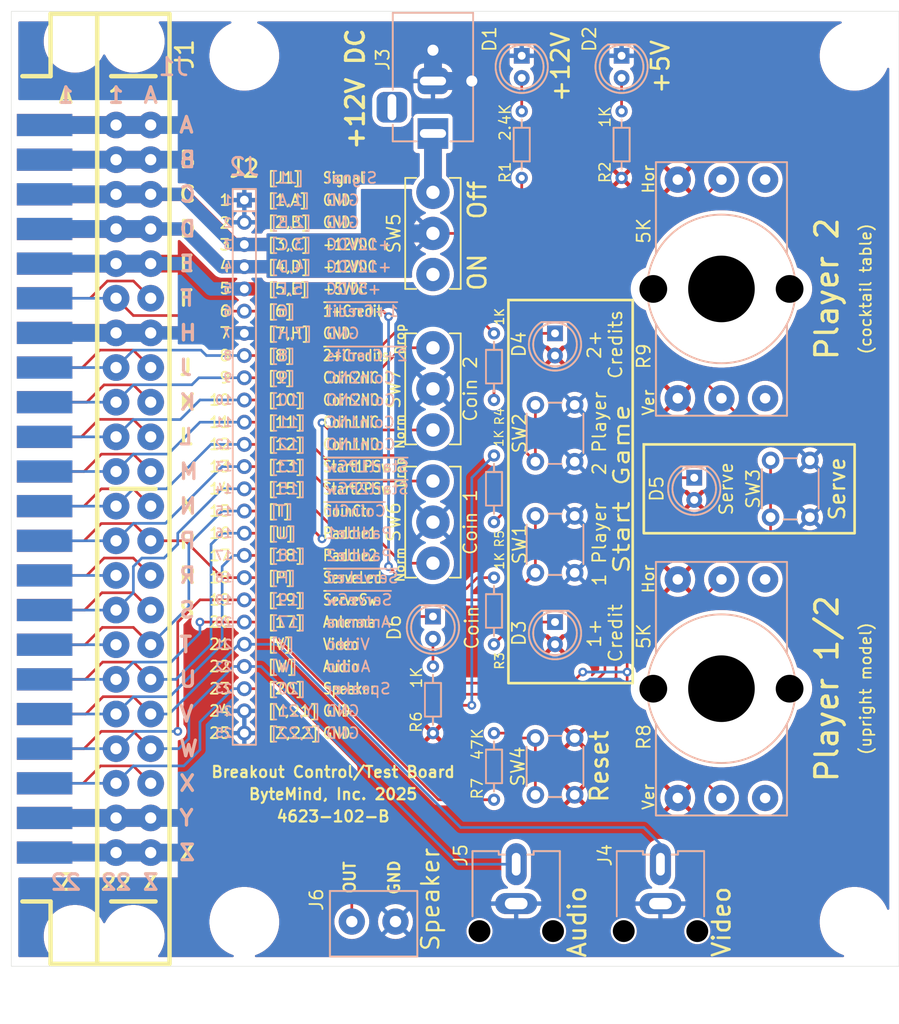
<source format=kicad_pcb>
(kicad_pcb (version 20240108) (generator "pcbnew") (generator_version "8.0")
  (title_block (title "Breakout Control / Test Board") (date "2025-02-04") (rev "4263-102-B") (company "ByteMind, Inc.") (comment 1 "P.Bishop"))
  (layers (0 "F.Cu" signal) (31 "B.Cu" signal) (34 "B.Paste" user) (35 "F.Paste" user) (36 "B.SilkS" user "B.Silkscreen") (37 "F.SilkS" user "F.Silkscreen") (38 "B.Mask" user) (39 "F.Mask" user) (44 "Edge.Cuts" user))
  (net 0 "")
  (net 1 "+5V")
  (net 2 "+12V")
  (net 3 "Net-(D1-A)")
  (net 4 "Net-(D2-A)")
  (net 5 "GND")
  (net 6 "Video")
  (net 7 "unconnected-(J1-n{slash}c-PadF)")
  (net 8 "unconnected-(J1-n{slash}c-PadS)")
  (net 9 "Coin1NO")
  (net 10 "Paddle1")
  (net 11 "unconnected-(J1-n{slash}c-Pad16)")
  (net 12 "~{ServeSw}")
  (net 13 "Antenna")
  (net 14 "Coin2NO")
  (net 15 "~{SrvLed}")
  (net 16 "Audio")
  (net 17 "Paddle2")
  (net 18 "Net-(D3-K)")
  (net 19 "Net-(D4-K)")
  (net 20 "unconnected-(J1-n{slash}c-PadX)")
  (net 21 "unconnected-(J1-n{slash}c-PadK)")
  (net 22 "Coin2NC")
  (net 23 "unconnected-(J1-n{slash}c-PadL)")
  (net 24 "Net-(D5-K)")
  (net 25 "unconnected-(J1-n{slash}c-PadR)")
  (net 26 "unconnected-(J1-n{slash}c-PadM)")
  (net 27 "unconnected-(J1-n{slash}c-Pad14)")
  (net 28 "Speaker")
  (net 29 "~{CoinCtr}")
  (net 30 "Coin1NC")
  (net 31 "unconnected-(J1-n{slash}c-PadN)")
  (net 32 "Net-(D6-A)")
  (net 33 "~{SrvLeds}")
  (net 34 "Net-(SW4-C)")
  (net 38 "Net-(SW5-C)")
  (net 39 "~{1+Credit}")
  (net 40 "~{Start1PSw}")
  (net 41 "~{Start2PSw}")
  (net 42 "~{2+Credits}")
  (footprint "Breakout:R_Axial_0.6in" (layer "F.Cu") (at 92.075 88.9 90)
    (property "Reference" "R5")
    (property "Value" "1K")
  )
  (footprint "Breakout:CUI_RCJ-045" (layer "F.Cu") (at 94.615 140.335 -90)
    (property "Reference" "J5")
    (property "Value" "Audio" (hide yes))
  )
  (footprint "Breakout:Hole_4.3mm_M4" (layer "F.Cu") (at 133.35 39.37)
    (property "Reference" "H1" (hide yes))
    (property "Value" "MountingHole" (hide yes))
  )
  (footprint "Breakout:Conn44F" (layer "F.Cu") (at 50.8 88.9)
    (property "Reference" "J1")
    (property "Value" "~" (hide yes))
  )
  (footprint "Breakout:R_Axial_0.6in" (layer "F.Cu") (at 92.075 120.65 90)
    (property "Reference" "R7")
    (property "Value" "47K")
  )
  (footprint "Breakout:Conn-TermBlock-2P" (layer "F.Cu") (at 78.3 138.395)
    (property "Reference" "J6")
    (property "Value" "~")
  )
  (footprint "Breakout:SW_Toggle_Gemini_A" (layer "F.Cu") (at 85.09 92.71 -90)
    (property "Reference" "SW6")
    (property "Value" "SW_SPDT" (hide yes))
  )
  (footprint "Breakout:Conn_Head_1x25_P2.54mm_Vert" (layer "F.Cu") (at 63.5 55.88)
    (property "Reference" "J2")
    (property "Value" "~")
  )
  (footprint "Breakout:SW_TACT_6.5x4.5mm" (layer "F.Cu") (at 99.06 120.65 90)
    (property "Reference" "SW4")
    (property "Value" "SW_Push" (hide yes))
  )
  (footprint "Breakout:SW_Toggle_Gemini_A" (layer "F.Cu") (at 85.09 77.47 -90)
    (property "Reference" "SW7")
    (property "Value" "SW_SPDT" (hide yes))
  )
  (footprint "Breakout:R_POT_Bourns_PDB181-A" (layer "F.Cu") (at 118.11 66.04)
    (property "Reference" "R9")
    (property "Value" "5K")
  )
  (footprint "Breakout:Hole_4.3mm_M4" (layer "F.Cu") (at 133.35 138.43)
    (property "Reference" "H4" (hide yes))
    (property "Value" "MountingHole" (hide yes))
  )
  (footprint "Breakout:CUI_RCJ-045" (layer "F.Cu") (at 111.125 140.335 -90)
    (property "Reference" "J4")
    (property "Value" "Video" (hide yes))
  )
  (footprint "Breakout:R_Axial_0.6in" (layer "F.Cu") (at 95.25 49.53 90)
    (property "Reference" "R1")
    (property "Value" "2.4K")
  )
  (footprint "Breakout:LED_D5.0mm" (layer "F.Cu") (at 99.06 72.39 -90)
    (property "Reference" "D4")
    (property "Value" "2+Credits" (hide yes))
  )
  (footprint "Breakout:SW_TACT_6.5x4.5mm" (layer "F.Cu") (at 99.06 82.55 90)
    (property "Reference" "SW2")
    (property "Value" "SW_Push" (hide yes))
  )
  (footprint "Breakout:SW_TACT_6.5x4.5mm" (layer "F.Cu") (at 125.985 88.9 90)
    (property "Reference" "SW3")
    (property "Value" "SW_Push" (hide yes))
  )
  (footprint "Breakout:LED_D5.0mm" (layer "F.Cu") (at 95.25 40.64 -90)
    (property "Reference" "D1")
    (property "Value" "+12V")
  )
  (footprint "Breakout:LED_D5.0mm" (layer "F.Cu") (at 114.995 88.9 -90)
    (property "Reference" "D5")
    (property "Value" "Serve")
  )
  (footprint "Breakout:R_Axial_0.6in" (layer "F.Cu") (at 92.075 74.93 90)
    (property "Reference" "R4")
    (property "Value" "1K")
  )
  (footprint "Breakout:R_Axial_0.6in" (layer "F.Cu") (at 106.68 49.53 90)
    (property "Reference" "R2")
    (property "Value" "1K")
  )
  (footprint "Breakout:BarrelJack_Horizontal" (layer "F.Cu") (at 85.09 48.26 -90)
    (property "Reference" "J3")
    (property "Value" "Jack-DC")
  )
  (footprint "Breakout:LED_D5.0mm" (layer "F.Cu") (at 85.09 104.775 -90)
    (property "Reference" "D6")
    (property "Value" "Coin")
  )
  (footprint "Breakout:SW_Toggle_Gemini_A" (layer "F.Cu") (at 85.09 59.69 90)
    (property "Reference" "SW5")
    (property "Value" "SW_SPDT" (hide yes))
  )
  (footprint "Breakout:Hole_4.3mm_M4" (layer "F.Cu") (at 63.5 138.43)
    (property "Reference" "H3" (hide yes))
    (property "Value" "MountingHole" (hide yes))
  )
  (footprint "Breakout:R_POT_Bourns_PDB181-A" (layer "F.Cu") (at 118.11 111.76)
    (property "Reference" "R8")
    (property "Value" "5K")
  )
  (footprint "Breakout:R_Axial_0.6in" (layer "F.Cu") (at 92.075 102.87 90)
    (property "Reference" "R3")
    (property "Value" "1K")
  )
  (footprint "Breakout:Hole_4.3mm_M4" (layer "F.Cu") (at 63.5 39.37)
    (property "Reference" "H2" (hide yes))
    (property "Value" "MountingHole" (hide yes))
  )
  (footprint "Breakout:LED_D5.0mm" (layer "F.Cu") (at 99.06 105.41 -90)
    (property "Reference" "D3")
    (property "Value" "1+Credit" (hide yes))
  )
  (footprint "Breakout:LED_D5.0mm" (layer "F.Cu") (at 106.68 40.64 -90)
    (property "Reference" "D2")
    (property "Value" "+5V")
  )
  (footprint "Breakout:SW_TACT_6.5x4.5mm" (layer "F.Cu") (at 99.06 95.25 90)
    (property "Reference" "SW1")
    (property "Value" "SW_Push" (hide yes))
  )
  (footprint "Breakout:R_Axial_0.6in" (layer "F.Cu") (at 85.09 113.03 90)
    (property "Reference" "R6")
    (property "Value" "1K")
  )
  (gr_rect (start 109.22 83.82) (end 133.35 93.98) (stroke (width 0.3048)) (fill none) (layer "F.SilkS"))
  (gr_rect (start 93.726 67.31) (end 107.95 111.125) (stroke (width 0.3048)) (fill none) (layer "F.SilkS"))
  (gr_rect (start 36.83 34.29) (end 138.43 143.51) (stroke (width 0.05)) (fill none) (layer "Edge.Cuts"))
  (gr_text "+12VDC" (at 72.725 63.5 -0) (layer "B.SilkS") (effects (font (size 1.25 1.25) (thickness 0.2)) (justify right mirror)))
  (gr_text "Coin1NO" (at 72.725 83.82 -0) (layer "B.SilkS") (effects (font (size 1.25 1.25) (thickness 0.2)) (justify right mirror)))
  (gr_text "Coin1NC" (at 72.725 81.28 -0) (layer "B.SilkS") (effects (font (size 1.25 1.25) (thickness 0.2)) (justify right mirror)))
  (gr_text "[6]" (at 66.375 68.58 -0) (layer "B.SilkS") (effects (font (size 1.25 1.25) (thickness 0.2)) (justify right mirror)))
  (gr_text "[W]" (at 66.375 109.22 -0) (layer "B.SilkS") (effects (font (size 1.25 1.25) (thickness 0.2)) (justify right mirror)))
  (gr_text "[19]" (at 66.375 101.6 -0) (layer "B.SilkS") (effects (font (size 1.25 1.25) (thickness 0.2)) (justify right mirror)))
  (gr_text "[2,B]" (at 66.375 58.42 -0) (layer "B.SilkS") (effects (font (size 1.25 1.25) (thickness 0.2)) (justify right mirror)))
  (gr_text "Coin2NC" (at 72.725 76.2 -0) (layer "B.SilkS") (effects (font (size 1.25 1.25) (thickness 0.2)) (justify right mirror)))
  (gr_text "[J1]" (at 66.375 53.34 -0) (layer "B.SilkS") (effects (font (size 1.25 1.25) (thickness 0.2)) (justify right mirror)))
  (gr_text "Video" (at 72.725 106.68 -0) (layer "B.SilkS") (effects (font (size 1.25 1.25) (thickness 0.2)) (justify right mirror)))
  (gr_text "[T]" (at 66.375 91.44 -0) (layer "B.SilkS") (effects (font (size 1.25 1.25) (thickness 0.2)) (justify right mirror)))
  (gr_text "[Y,21]" (at 66.375 114.3 -0) (layer "B.SilkS") (effects (font (size 1.25 1.25) (thickness 0.2)) (justify right mirror)))
  (gr_text "[20]" (at 66.375 111.76 -0) (layer "B.SilkS") (effects (font (size 1.25 1.25) (thickness 0.2)) (justify right mirror)))
  (gr_text "Antenna" (at 72.725 104.14 -0) (layer "B.SilkS") (effects (font (size 1.25 1.25) (thickness 0.2)) (justify right mirror)))
  (gr_text "GND" (at 72.725 116.84 -0) (layer "B.SilkS") (effects (font (size 1.25 1.25) (thickness 0.2)) (justify right mirror)))
  (gr_text "12" (at 62.23 83.82 -0) (layer "B.SilkS") (effects (font (size 1.016 1.016) (thickness 0.2032)) (justify left mirror)))
  (gr_text "[17]" (at 66.375 104.14 -0) (layer "B.SilkS") (effects (font (size 1.25 1.25) (thickness 0.2)) (justify right mirror)))
  (gr_text "22" (at 62.23 109.22 -0) (layer "B.SilkS") (effects (font (size 1.016 1.016) (thickness 0.2032)) (justify left mirror)))
  (gr_text "+12VDC" (at 72.725 60.96 -0) (layer "B.SilkS") (effects (font (size 1.25 1.25) (thickness 0.2)) (justify right mirror)))
  (gr_text "GND" (at 72.725 58.42 -0) (layer "B.SilkS") (effects (font (size 1.25 1.25) (thickness 0.2)) (justify right mirror)))
  (gr_text "~{ServeSw}" (at 72.725 101.6 -0) (layer "B.SilkS") (effects (font (size 1.25 1.25) (thickness 0.2)) (justify right mirror)))
  (gr_text "5" (at 62.23 66 -0) (layer "B.SilkS") (effects (font (size 1.016 1.016) (thickness 0.2032)) (justify left mirror)))
  (gr_text "16" (at 62.23 93.98 -0) (layer "B.SilkS") (effects (font (size 1.016 1.016) (thickness 0.2032)) (justify left mirror)))
  (gr_text "[10]" (at 66.375 78.74 -0) (layer "B.SilkS") (effects (font (size 1.25 1.25) (thickness 0.2)) (justify right mirror)))
  (gr_text "Paddle1" (at 72.725 93.98 -0) (layer "B.SilkS") (effects (font (size 1.25 1.25) (thickness 0.2)) (justify right mirror)))
  (gr_text "7" (at 62.23 71.08 -0) (layer "B.SilkS") (effects (font (size 1.016 1.016) (thickness 0.2032)) (justify left mirror)))
  (gr_text "Paddle2" (at 72.725 96.52 -0) (layer "B.SilkS") (effects (font (size 1.25 1.25) (thickness 0.2)) (justify right mirror)))
  (gr_text "J1" (at 55.395 40.64 0) (layer "B.SilkS") (effects (font (size 2 2) (thickness 0.3)) (justify mirror)))
  (gr_text "1" (at 62.23 55.88 -0) (layer "B.SilkS") (effects (font (size 1.016 1.016) (thickness 0.2032)) (justify left mirror)))
  (gr_text "[13]" (at 66.375 86.36 -0) (layer "B.SilkS") (effects (font (size 1.25 1.25) (thickness 0.2)) (justify right mirror)))
  (gr_text "Coin2NO" (at 72.725 78.74 -0) (layer "B.SilkS") (effects (font (size 1.25 1.25) (thickness 0.2)) (justify right mirror)))
  (gr_text "11" (at 62.23 81.28 -0) (layer "B.SilkS") (effects (font (size 1.016 1.016) (thickness 0.2032)) (justify left mirror)))
  (gr_text "14" (at 62.23 88.9 -0) (layer "B.SilkS") (effects (font (size 1.016 1.016) (thickness 0.2032)) (justify left mirror)))
  (gr_text "[4,D]" (at 66.375 63.5 -0) (layer "B.SilkS") (effects (font (size 1.25 1.25) (thickness 0.2)) (justify right mirror)))
  (gr_text "23" (at 62.23 111.76 -0) (layer "B.SilkS") (effects (font (size 1.016 1.016) (thickness 0.2032)) (justify left mirror)))
  (gr_text "[1,A]" (at 66.375 55.88 -0) (layer "B.SilkS") (effects (font (size 1.25 1.25) (thickness 0.2)) (justify right mirror)))
  (gr_text "~{ServeLed}" (at 72.725 99.06 -0) (layer "B.SilkS") (effects (font (size 1.25 1.25) (thickness 0.2)) (justify right mirror)))
  (gr_text "17" (at 62.23 96.52 -0) (layer "B.SilkS") (effects (font (size 1.016 1.016) (thickness 0.2032)) (justify left mirror)))
  (gr_text "8" (at 62.23 73.66 -0) (layer "B.SilkS") (effects (font (size 1.016 1.016) (thickness 0.2032)) (justify left mirror)))
  (gr_text "[15]" (at 66.375 88.9 -0) (layer "B.SilkS") (effects (font (size 1.25 1.25) (thickness 0.2)) (justify right mirror)))
  (gr_text "[18]" (at 66.375 96.52 -0) (layer "B.SilkS") (effects (font (size 1.25 1.25) (thickness 0.2)) (justify right mirror)))
  (gr_text "[P]" (at 66.375 99.06 -0) (layer "B.SilkS") (effects (font (size 1.25 1.25) (thickness 0.2)) (justify right mirror)))
  (gr_text "Speaker" (at 72.725 111.76 -0) (layer "B.SilkS") (effects (font (size 1.25 1.25) (thickness 0.2)) (justify right mirror)))
  (gr_text "3" (at 62.23 61 -0) (layer "B.SilkS") (effects (font (size 1.016 1.016) (thickness 0.2032)) (justify left mirror)))
  (gr_text "19" (at 62.23 101.6 -0) (layer "B.SilkS") (effects (font (size 1.016 1.016) (thickness 0.2032)) (justify left mirror)))
  (gr_text "Audio" (at 72.725 109.22 -0) (layer "B.SilkS") (effects (font (size 1.25 1.25) (thickness 0.2)) (justify right mirror)))
  (gr_text "~{CoinCtr}" (at 72.725 91.44 -0) (layer "B.SilkS") (effects (font (size 1.25 1.25) (thickness 0.2)) (justify right mirror)))
  (gr_text "GND" (at 72.725 114.3 -0) (layer "B.SilkS") (effects (font (size 1.25 1.25) (thickness 0.2)) (justify right mirror)))
  (gr_text "18" (at 62.23 99.06 -0) (layer "B.SilkS") (effects (font (size 1.016 1.016) (thickness 0.2032)) (justify left mirror)))
  (gr_text "[Z,22]" (at 66.375 116.84 -0) (layer "B.SilkS") (effects (font (size 1.25 1.25) (thickness 0.2)) (justify right mirror)))
  (gr_text "4" (at 62.23 63.5 -0) (layer "B.SilkS") (effects (font (size 1.016 1.016) (thickness 0.2032)) (justify left mirror)))
  (gr_text "2" (at 62.23 58.5 -0) (layer "B.SilkS") (effects (font (size 1.016 1.016) (thickness 0.2032)) (justify left mirror)))
  (gr_text "[8]" (at 66.375 73.66 -0) (layer "B.SilkS") (effects (font (size 1.25 1.25) (thickness 0.2)) (justify right mirror)))
  (gr_text "+5VDC" (at 72.725 66.04 -0) (layer "B.SilkS") (effects (font (size 1.25 1.25) (thickness 0.2)) (justify right mirror)))
  (gr_text "J2" (at 63.5 52.07 0) (layer "B.SilkS") (effects (font (size 2 2) (thickness 0.3)) (justify mirror)))
  (gr_text "[12]" (at 66.375 83.82 -0) (layer "B.SilkS") (effects (font (size 1.25 1.25) (thickness 0.2)) (justify right mirror)))
  (gr_text "10" (at 62.23 78.74 -0) (layer "B.SilkS") (effects (font (size 1.016 1.016) (thickness 0.2032)) (justify left mirror)))
  (gr_text "25" (at 62.23 116.84 -0) (layer "B.SilkS") (effects (font (size 1.016 1.016) (thickness 0.2032)) (justify left mirror)))
  (gr_text "6" (at 62.23 68.58 -0) (layer "B.SilkS") (effects (font (size 1.016 1.016) (thickness 0.2032)) (justify left mirror)))
  (gr_text "[3,C]" (at 66.375 60.96 -0) (layer "B.SilkS") (effects (font (size 1.25 1.25) (thickness 0.2)) (justify right mirror)))
  (gr_text "~{2+Credits}" (at 72.725 73.66 -0) (layer "B.SilkS") (effects (font (size 1.25 1.25) (thickness 0.2)) (justify right mirror)))
  (gr_text "15" (at 62.23 91.44 -0) (layer "B.SilkS") (effects (font (size 1.016 1.016) (thickness 0.2032)) (justify left mirror)))
  (gr_text "20" (at 62.23 104.14 -0) (layer "B.SilkS") (effects (font (size 1.016 1.016) (thickness 0.2032)) (justify left mirror)))
  (gr_text "[7,H]" (at 66.375 71.12 -0) (layer "B.SilkS") (effects (font (size 1.25 1.25) (thickness 0.2)) (justify right mirror)))
  (gr_text "9" (at 62.23 76.2 -0) (layer "B.SilkS") (effects (font (size 1.016 1.016) (thickness 0.2032)) (justify left mirror)))
  (gr_text "[U]" (at 66.375 93.98 -0) (layer "B.SilkS") (effects (font (size 1.25 1.25) (thickness 0.2)) (justify right mirror)))
  (gr_text "[11]" (at 66.375 81.28 -0) (layer "B.SilkS") (effects (font (size 1.25 1.25) (thickness 0.2)) (justify right mirror)))
  (gr_text "GND" (at 72.725 55.88 -0) (layer "B.SilkS") (effects (font (size 1.25 1.25) (thickness 0.2)) (justify right mirror)))
  (gr_text "13" (at 62.23 86.36 -0) (layer "B.SilkS") (effects (font (size 1.016 1.016) (thickness 0.2032)) (justify left mirror)))
  (gr_text "[5,E]" (at 66.375 66.04 -0) (layer "B.SilkS") (effects (font (size 1.25 1.25) (thickness 0.2)) (justify right mirror)))
  (gr_text "[V]" (at 66.375 106.68 -0) (layer "B.SilkS") (effects (font (size 1.25 1.25) (thickness 0.2)) (justify right mirror)))
  (gr_text "21" (at 62.23 106.68 -0) (layer "B.SilkS") (effects (font (size 1.016 1.016) (thickness 0.2032)) (justify left mirror)))
  (gr_text "~{Start2PSw}" (at 72.725 88.9 -0) (layer "B.SilkS") (effects (font (size 1.25 1.25) (thickness 0.2)) (justify right mirror)))
  (gr_text "24" (at 62.23 114.3 -0) (layer "B.SilkS") (effects (font (size 1.016 1.016) (thickness 0.2032)) (justify left mirror)))
  (gr_text "GND" (at 72.725 71.12 -0) (layer "B.SilkS") (effects (font (size 1.25 1.25) (thickness 0.2)) (justify right mirror)))
  (gr_text "~{Start1PSw}" (at 72.725 86.36 -0) (layer "B.SilkS") (effects (font (size 1.25 1.25) (thickness 0.2)) (justify right mirror)))
  (gr_text "[9]" (at 66.375 76.2 -0) (layer "B.SilkS") (effects (font (size 1.25 1.25) (thickness 0.2)) (justify right mirror)))
  (gr_text "~{1+Credit}" (at 72.725 68.58 -0) (layer "B.SilkS") (effects (font (size 1.25 1.25) (thickness 0.2)) (justify right mirror)))
  (gr_text "Signal" (at 72.725 53.34 -0) (layer "B.SilkS") (effects (font (size 1.25 1.25) (thickness 0.2)) (justify right mirror)))
  (gr_text "17" (at 62 96.52 0) (layer "F.SilkS") (effects (font (size 1.25 1.25) (thickness 0.2032)) (justify right)))
  (gr_text "Coin1NC" (at 72.39 81.28 0) (layer "F.SilkS") (effects (font (size 1.25 1.016) (thickness 0.2)) (justify left)))
  (gr_text "Ver" (at 110.49 125.73 90) (layer "F.SilkS") (effects (font (size 1.27 1.27) (thickness 0.2032) (bold yes)) (justify left bottom)))
  (gr_text "[W]" (at 66.04 109.22 0) (layer "F.SilkS") (effects (font (size 1.25 1.25) (thickness 0.2)) (justify left)))
  (gr_text "~{CoinCtr}" (at 72.39 91.44 0) (layer "F.SilkS") (effects (font (size 1.25 1.016) (thickness 0.2)) (justify left)))
  (gr_text "(cocktail table)" (at 134.62 66.04 90) (layer "F.SilkS") (effects (font (size 1.27 1.27) (thickness 0.2032) (bold yes))))
  (gr_text "1+\nCredit" (at 104.775 105.41 90) (layer "F.SilkS") (effects (font (size 1.5 1.5) (thickness 0.2) (bold yes))))
  (gr_text "8" (at 62 73.66 0) (layer "F.SilkS") (effects (font (size 1.25 1.25) (thickness 0.2032)) (justify right)))
  (gr_text "[2,B]" (at 66.04 58.42 0) (layer "F.SilkS") (effects (font (size 1.25 1.25) (thickness 0.2)) (justify left)))
  (gr_text "Coin1NO" (at 72.39 83.82 0) (layer "F.SilkS") (effects (font (size 1.25 1.016) (thickness 0.2)) (justify left)))
  (gr_text "[V]" (at 66.04 106.68 0) (layer "F.SilkS") (effects (font (size 1.25 1.25) (thickness 0.2)) (justify left)))
  (gr_text "23" (at 62 111.76 0) (layer "F.SilkS") (effects (font (size 1.25 1.25) (thickness 0.2032)) (justify right)))
  (gr_text "GND" (at 72.39 116.84 0) (layer "F.SilkS") (effects (font (size 1.25 1.016) (thickness 0.2)) (justify left)))
  (gr_text "14" (at 62 88.9 0) (layer "F.SilkS") (effects (font (size 1.25 1.25) (thickness 0.2032)) (justify right)))
  (gr_text "GND" (at 72.39 71.12 0) (layer "F.SilkS") (effects (font (size 1.25 1.016) (thickness 0.2)) (justify left)))
  (gr_text "18" (at 62 99.06 0) (layer "F.SilkS") (effects (font (size 1.25 1.25) (thickness 0.2032)) (justify right)))
  (gr_text "+12VDC" (at 72.39 60.96 0) (layer "F.SilkS") (effects (font (size 1.25 1.016) (thickness 0.2)) (justify left)))
  (gr_text "5" (at 62 66 0) (layer "F.SilkS") (effects (font (size 1.25 1.25) (thickness 0.2032)) (justify right)))
  (gr_text "Audio" (at 72.39 109.22 0) (layer "F.SilkS") (effects (font (size 1.25 1.016) (thickness 0.2)) (justify left)))
  (gr_text "10" (at 62 78.74 0) (layer "F.SilkS") (effects (font (size 1.25 1.25) (thickness 0.2032)) (justify right)))
  (gr_text "[19]" (at 66.04 101.6 0) (layer "F.SilkS") (effects (font (size 1.25 1.25) (thickness 0.2)) (justify left)))
  (gr_text "GND" (at 72.39 114.3 0) (layer "F.SilkS") (effects (font (size 1.25 1.016) (thickness 0.2)) (justify left)))
  (gr_text "~{ServeLed}" (at 72.39 99.06 0) (layer "F.SilkS") (effects (font (size 1.25 1.016) (thickness 0.2)) (justify left)))
  (gr_text "[U]" (at 66.04 93.98 0) (layer "F.SilkS") (effects (font (size 1.25 1.25) (thickness 0.2)) (justify left)))
  (gr_text "1" (at 62 55.88 0) (layer "F.SilkS") (effects (font (size 1.25 1.25) (thickness 0.2032)) (justify right)))
  (gr_text "[1,A]" (at 66.04 55.88 0) (layer "F.SilkS") (effects (font (size 1.25 1.25) (thickness 0.2)) (justify left)))
  (gr_text "Norm" (at 81.915 84.455 90) (layer "F.SilkS") (effects (font (size 1.016 1.016) (thickness 0.2032)) (justify left bottom)))
  (gr_text "Paddle2" (at 72.39 96.52 0) (layer "F.SilkS") (effects (font (size 1.25 1.016) (thickness 0.2)) (justify left)))
  (gr_text "Video" (at 72.39 106.68 0) (layer "F.SilkS") (effects (font (size 1.25 1.016) (thickness 0.2)) (justify left)))
  (gr_text "~{1+Credit}" (at 72.39 68.58 0) (layer "F.SilkS") (effects (font (size 1.25 1.016) (thickness 0.2)) (justify left)))
  (gr_text "Speaker" (at 72.39 111.76 0) (layer "F.SilkS") (effects (font (size 1.25 1.016) (thickness 0.2)) (justify left)))
  (gr_text "12" (at 62 83.82 0) (layer "F.SilkS") (effects (font (size 1.25 1.25) (thickness 0.2032)) (justify right)))
  (gr_text "[Y,21]" (at 66.04 114.3 0) (layer "F.SilkS") (effects (font (size 1.25 1.25) (thickness 0.2)) (justify left)))
  (gr_text "(upright model)" (at 134.62 111.76 90) (layer "F.SilkS") (effects (font (size 1.27 1.27) (thickness 0.2032) (bold yes))))
  (gr_text "Breakout Control/Test Board" (at 73.66 121.285 0) (layer "F.SilkS") (effects (font (size 1.27 1.27) (thickness 0.254) (bold yes))))
  (gr_text "[9]" (at 66.04 76.2 0) (layer "F.SilkS") (effects (font (size 1.25 1.25) (thickness 0.2)) (justify left)))
  (gr_text "~{2+Credits}" (at 72.39 73.66 0) (layer "F.SilkS") (effects (font (size 1.25 1.016) (thickness 0.2)) (justify left)))
  (gr_text "22" (at 62 109.22 0) (layer "F.SilkS") (effects (font (size 1.25 1.25) (thickness 0.2032)) (justify right)))
  (gr_text "Ver" (at 110.49 80.645 90) (layer "F.SilkS") (effects (font (size 1.27 1.27) (thickness 0.2032) (bold yes)) (justify left bottom)))
  (gr_text "4" (at 62 63.5 0) (layer "F.SilkS") (effects (font (size 1.25 1.25) (thickness 0.2032)) (justify right)))
  (gr_text "+12VDC" (at 72.39 63.5 0) (layer "F.SilkS") (effects (font (size 1.25 1.016) (thickness 0.2)) (justify left)))
  (gr_text "Drop" (at 81.915 73.66 90) (layer "F.SilkS") (effects (font (size 1.016 1.016) (thickness 0.2032)) (justify left bottom)))
  (gr_text "Start Game" (at 106.68 88.9 90) (layer "F.SilkS") (effects (font (size 1.778 2.286) (thickness 0.254))))
  (gr_text "Hor" (at 110.49 55.245 90) (layer "F.SilkS") (effects (font (size 1.27 1.27) (thickness 0.2032) (bold yes)) (justify left bottom)))
  (gr_text "Signal" (at 72.39 53.34 0) (layer "F.SilkS") (effects (font (size 1.25 1.016) (thickness 0.2)) (justify left)))
  (gr_text "[17]" (at 66.04 104.14 0) (layer "F.SilkS") (effects (font (size 1.25 1.25) (thickness 0.2)) (justify left)))
  (gr_text "[6]" (at 66.04 68.58 0) (layer "F.SilkS") (effects (font (size 1.25 1.25) (thickness 0.2)) (justify left)))
  (gr_text "Drop" (at 81.915 88.9 90) (layer "F.SilkS") (effects (font (size 1.016 1.016) (thickness 0.2032)) (justify left bottom)))
  (gr_text "[20]" (at 66.04 111.76 0) (layer "F.SilkS") (effects (font (size 1.25 1.25) (thickness 0.2)) (justify left)))
  (gr_text "2" (at 62 58.5 0) (layer "F.SilkS") (effects (font (size 1.25 1.25) (thickness 0.2032)) (justify right)))
  (gr_text "24" (at 62 114.3 0) (layer "F.SilkS") (effects (font (size 1.25 1.25) (thickness 0.2032)) (justify right)))
  (gr_text "19" (at 62 101.6 0) (layer "F.SilkS") (effects (font (size 1.25 1.25) (thickness 0.2032)) (justify right)))
  (gr_text "[12]" (at 66.04 83.82 0) (layer "F.SilkS") (effects (font (size 1.25 1.25) (thickness 0.2)) (justify left)))
  (gr_text "[5,E]" (at 66.04 66.04 0) (layer "F.SilkS") (effects (font (size 1.25 1.25) (thickness 0.2)) (justify left)))
  (gr_text "16" (at 62 93.98 0) (layer "F.SilkS") (effects (font (size 1.25 1.25) (thickness 0.2032)) (justify right)))
  (gr_text "[P]" (at 66.04 99.06 0) (layer "F.SilkS") (effects (font (size 1.25 1.25) (thickness 0.2)) (justify left)))
  (gr_text "21" (at 62 106.68 0) (layer "F.SilkS") (effects (font (size 1.25 1.25) (thickness 0.2032)) (justify right)))
  (gr_text "[3,C]" (at 66.04 60.96 0) (layer "F.SilkS") (effects (font (size 1.25 1.25) (thickness 0.2)) (justify left)))
  (gr_text "Player 1/2" (at 130.175 111.76 90) (layer "F.SilkS") (effects (font (size 2.54 2.54) (thickness 0.381) (bold yes))))
  (gr_text "~{ServeSw}" (at 72.39 101.6 0) (layer "F.SilkS") (effects (font (size 1.25 1.016) (thickness 0.2)) (justify left)))
  (gr_text "2+\nCredits" (at 104.775 72.39 90) (layer "F.SilkS") (effects (font (size 1.5 1.5) (thickness 0.2) (bold yes))))
  (gr_text "Coin2NO" (at 72.39 78.74 0) (layer "F.SilkS") (effects (font (size 1.25 1.016) (thickness 0.2)) (justify left)))
  (gr_text "11" (at 62 81.28 0) (layer "F.SilkS") (effects (font (size 1.25 1.25) (thickness 0.2032)) (justify right)))
  (gr_text "6" (at 62 68.58 0) (layer "F.SilkS") (effects (font (size 1.25 1.25) (thickness 0.2032)) (justify right)))
  (gr_text "Norm" (at 81.915 99.695 90) (layer "F.SilkS") (effects (font (size 1.016 1.016) (thickness 0.2032)) (justify left bottom)))
  (gr_text "~{Start2PSw}" (at 72.39 88.9 0) (layer "F.SilkS") (effects (font (size 1.25 1.016) (thickness 0.2)) (justify left)))
  (gr_text "+5VDC" (at 72.39 66.04 0) (layer "F.SilkS") (effects (font (size 1.25 1.016) (thickness 0.2)) (justify left)))
  (gr_text "Hor" (at 110.49 100.965 90) (layer "F.SilkS") (effects (font (size 1.27 1.27) (thickness 0.2032) (bold yes)) (justify left bottom)))
  (gr_text "3" (at 62 61 0) (layer "F.SilkS") (effects (font (size 1.25 1.25) (thickness 0.2032)) (justify right)))
  (gr_text "ByteMind, Inc. 2025" (at 73.66 123.825 0) (layer "F.SilkS") (effects (font (size 1.27 1.27) (thickness 0.254) (bold yes))))
  (gr_text "[8]" (at 66.04 73.66 0) (layer "F.SilkS") (effects (font (size 1.25 1.25) (thickness 0.2)) (justify left)))
  (gr_text "GND" (at 72.39 58.42 0) (layer "F.SilkS") (effects (font (size 1.25 1.016) (thickness 0.2)) (justify left)))
  (gr_text "OUT" (at 75.565 133.35 90) (layer "F.SilkS") (effects (font (size 1.27 1.27) (thickness 0.254) (bold yes))))
  (gr_text "Antenna" (at 72.39 104.14 0) (layer "F.SilkS") (effects (font (size 1.25 1.016) (thickness 0.2)) (justify left)))
  (gr_text "25" (at 62 116.84 0) (layer "F.SilkS") (effects (font (size 1.25 1.25) (thickness 0.2032)) (justify right)))
  (gr_text "[10]" (at 66.04 78.74 0) (layer "F.SilkS") (effects (font (size 1.25 1.25) (thickness 0.2)) (justify left)))
  (gr_text "GND" (at 80.645 133.35 90) (layer "F.SilkS") (effects (font (size 1.27 1.27) (thickness 0.254) (bold yes))))
  (gr_text "20" (at 62 104.14 0) (layer "F.SilkS") (effects (font (size 1.25 1.25) (thickness 0.2032)) (justify right)))
  (gr_text "ON" (at 90.17 64.135 90) (layer "F.SilkS") (effects (font (size 2 2) (thickness 0.3))))
  (gr_text "[13]" (at 66.04 86.36 0) (layer "F.SilkS") (effects (font (size 1.25 1.25) (thickness 0.2)) (justify left)))
  (gr_text "Player 2" (at 130.175 66.04 90) (layer "F.SilkS") (effects (font (size 2.54 2.54) (thickness 0.381) (bold yes))))
  (gr_text "4623-102-B" (at 73.66 126.365 0) (layer "F.SilkS") (effects (font (size 1.27 1.27) (thickness 0.254) (bold yes))))
  (gr_text "13" (at 62 86.36 0) (layer "F.SilkS") (effects (font (size 1.25 1.25) (thickness 0.2032)) (justify right)))
  (gr_text "+12V DC" (at 76.2 43.18 90) (layer "F.SilkS") (effects (font (size 2.032 2.032) (thickness 0.381) (bold yes))))
  (gr_text "[18]" (at 66.04 96.52 0) (layer "F.SilkS") (effects (font (size 1.25 1.25) (thickness 0.2)) (justify left)))
  (gr_text "9" (at 62 76.2 0) (layer "F.SilkS") (effects (font (size 1.25 1.25) (thickness 0.2032)) (justify right)))
  (gr_text "~{Start1PSw}" (at 72.39 86.36 0) (layer "F.SilkS") (effects (font (size 1.25 1.016) (thickness 0.2)) (justify left)))
  (gr_text "7" (at 62 71.08 0) (layer "F.SilkS") (effects (font (size 1.25 1.25) (thickness 0.2032)) (justify right)))
  (gr_text "[T]" (at 66.04 91.44 0) (layer "F.SilkS") (effects (font (size 1.25 1.25) (thickness 0.2)) (justify left)))
  (gr_text "[15]" (at 66.04 88.9 0) (layer "F.SilkS") (effects (font (size 1.25 1.25) (thickness 0.2)) (justify left)))
  (gr_text "[J1]" (at 66.04 53.34 0) (layer "F.SilkS") (effects (font (size 1.25 1.25) (thickness 0.2)) (justify left)))
  (gr_text "[7,H]" (at 66.04 71.12 0) (layer "F.SilkS") (effects (font (size 1.25 1.25) (thickness 0.2)) (justify left)))
  (gr_text "15" (at 62 91.44 0) (layer "F.SilkS") (effects (font (size 1.25 1.25) (thickness 0.2032)) (justify right)))
  (gr_text "[4,D]" (at 66.04 63.5 0) (layer "F.SilkS") (effects (font (size 1.25 1.25) (thickness 0.2)) (justify left)))
  (gr_text "[11]" (at 66.04 81.28 0) (layer "F.SilkS") (effects (font (size 1.25 1.25) (thickness 0.2)) (justify left)))
  (gr_text "GND" (at 72.39 55.88 0) (layer "F.SilkS") (effects (font (size 1.25 1.016) (thickness 0.2)) (justify left)))
  (gr_text "Coin2NC" (at 72.39 76.2 0) (layer "F.SilkS") (effects (font (size 1.25 1.016) (thickness 0.2)) (justify left)))
  (gr_text "Paddle1" (at 72.39 93.98 0) (layer "F.SilkS") (effects (font (size 1.25 1.016) (thickness 0.2)) (justify left)))
  (gr_text "[Z,22]" (at 66.04 116.84 0) (layer "F.SilkS") (effects (font (size 1.25 1.25) (thickness 0.2)) (justify left)))
  (segment (start 63.5 66.04) (end 65.405 66.04) (width 1.524) (layer "F.Cu") (net 1))
  (segment (start 56.7944 63.1444) (end 57.15 63.5) (width 2.032) (layer "F.Cu") (net 1))
  (segment (start 40.64 63.1444) (end 48.8188 63.1444) (width 2.032) (layer "F.Cu") (net 1))
  (segment (start 61.595 66.04) (end 62.23 66.04) (width 1.524) (layer "F.Cu") (net 1))
  (segment (start 48.8188 63.1444) (end 52.7812 63.1444) (width 2.032) (layer "F.Cu") (net 1))
  (segment (start 63.5 66.04) (end 61.595 66.04) (width 1.524) (layer "F.Cu") (net 1))
  (segment (start 52.7812 63.1444) (end 56.7944 63.1444) (width 2.032) (layer "F.Cu") (net 1))
  (segment (start 48.8188 63.1444) (end 52.7812 63.1444) (width 2.032) (layer "B.Cu") (net 1))
  (segment (start 40.64 63.1444) (end 48.8188 63.1444) (width 2.032) (layer "B.Cu") (net 1))
  (segment (start 52.7812 63.1444) (end 56.7944 63.1444) (width 1.524) (layer "B.Cu") (net 1))
  (segment (start 56.7944 63.1444) (end 59.69 66.04) (width 1.524) (layer "B.Cu") (net 1))
  (segment (start 59.69 66.04) (end 63.5 66.04) (width 1.524) (layer "B.Cu") (net 1))
  (segment (start 52.7812 55.2196) (end 56.557519 55.2196) (width 1.524) (layer "F.Cu") (net 2))
  (segment (start 62.297919 60.96) (end 63.5 60.96) (width 1.524) (layer "F.Cu") (net 2))
  (segment (start 40.64 55.2196) (end 48.8188 55.2196) (width 2.032) (layer "F.Cu") (net 2))
  (segment (start 40.64 59.182) (end 48.8188 59.182) (width 2.032) (layer "F.Cu") (net 2))
  (segment (start 56.557519 55.2196) (end 62.297919 60.96) (width 1.524) (layer "F.Cu") (net 2))
  (segment (start 90.805 59.69) (end 95.25 55.245) (width 0.3048) (layer "F.Cu") (net 2))
  (segment (start 56.642 59.182) (end 60.96 63.5) (width 1.524) (layer "F.Cu") (net 2))
  (segment (start 95.25 53.34) (end 95.25 55.245) (width 0.3048) (layer "F.Cu") (net 2))
  (segment (start 52.7812 59.182) (end 56.642 59.182) (width 1.524) (layer "F.Cu") (net 2))
  (segment (start 85.09 59.69) (end 80.01 59.69) (width 2.032) (layer "F.Cu") (net 2))
  (segment (start 48.8188 55.2196) (end 52.7812 55.2196) (width 2.032) (layer "F.Cu") (net 2))
  (segment (start 63.5 60.96) (end 66.675 60.96) (width 1.524) (layer "F.Cu") (net 2))
  (segment (start 85.09 59.69) (end 90.805 59.69) (width 0.3048) (layer "F.Cu") (net 2))
  (segment (start 48.8188 59.182) (end 52.7812 59.182) (width 2.032) (layer "F.Cu") (net 2))
  (segment (start 63.5 63.5) (end 66.675 63.5) (width 1.524) (layer "F.Cu") (net 2))
  (segment (start 60.96 63.5) (end 63.5 63.5) (width 1.524) (layer "F.Cu") (net 2))
  (segment (start 40.64 55.2196) (end 48.8188 55.2196) (width 2.032) (layer "B.Cu") (net 2))
  (segment (start 85.09 59.69) (end 80.645 59.69) (width 2.032) (layer "B.Cu") (net 2))
  (segment (start 52.7812 55.2196) (end 56.4896 55.2196) (width 1.524) (layer "B.Cu") (net 2))
  (segment (start 56.642 59.182) (end 60.96 63.5) (width 1.524) (layer "B.Cu") (net 2))
  (segment (start 62.23 60.96) (end 63.5 60.96) (width 1.524) (layer "B.Cu") (net 2))
  (segment (start 63.5 63.5) (end 66.675 63.5) (width 1.524) (layer "B.Cu") (net 2))
  (segment (start 52.7812 59.182) (end 56.642 59.182) (width 1.524) (layer "B.Cu") (net 2))
  (segment (start 48.8188 55.2196) (end 52.7812 55.2196) (width 2.032) (layer "B.Cu") (net 2))
  (segment (start 48.8188 59.182) (end 52.7812 59.182) (width 2.032) (layer "B.Cu") (net 2))
  (segment (start 63.5 60.96) (end 66.675 60.96) (width 1.524) (layer "B.Cu") (net 2))
  (segment (start 56.4896 55.2196) (end 62.23 60.96) (width 1.524) (layer "B.Cu") (net 2))
  (segment (start 40.64 59.182) (end 48.8188 59.182) (width 2.032) (layer "B.Cu") (net 2))
  (segment (start 60.96 63.5) (end 63.5 63.5) (width 1.524) (layer "B.Cu") (net 2))
  (segment (start 95.25 45.72) (end 95.25 41.91) (width 0.3048) (layer "F.Cu") (net 3))
  (segment (start 106.68 45.72) (end 106.68 41.91) (width 0.3048) (layer "F.Cu") (net 4))
  (segment (start 88.9 42.26) (end 85.09 42.26) (width 2.032) (layer "F.Cu") (net 5))
  (segment (start 48.8188 126.5428) (end 52.7812 126.5428) (width 2.032) (layer "F.Cu") (net 5))
  (segment (start 52.7812 71.0692) (end 63.4492 71.0692) (width 1.524) (layer "F.Cu") (net 5))
  (segment (start 48.8188 47.2948) (end 52.7812 47.2948) (width 2.032) (layer "F.Cu") (net 5))
  (segment (start 85.09 38.735) (end 85.09 42.26) (width 2.032) (layer "F.Cu") (net 5))
  (segment (start 40.64 47.2948) (end 48.8188 47.2948) (width 2.032) (layer "F.Cu") (net 5))
  (segment (start 63.4492 71.0692) (end 63.5 71.12) (width 1.524) (layer "F.Cu") (net 5))
  (segment (start 48.8188 71.0692) (end 52.7812 71.0692) (width 2.032) (layer "F.Cu") (net 5))
  (segment (start 48.8188 51.2572) (end 52.7812 51.2572) (width 2.032) (layer "F.Cu") (net 5))
  (segment (start 40.64 130.5052) (end 48.8188 130.5052) (width 2.032) (layer "F.Cu") (net 5))
  (segment (start 48.8188 130.5052) (end 52.7812 130.5052) (width 2.032) (layer "F.Cu") (net 5))
  (segment (start 40.64 71.0692) (end 48.8188 71.0692) (width 2.032) (layer "F.Cu") (net 5))
  (segment (start 40.64 51.2572) (end 48.8188 51.2572) (width 2.032) (layer "F.Cu") (net 5))
  (segment (start 40.64 126.5428) (end 48.8188 126.5428) (width 2.032) (layer "F.Cu") (net 5))
  (via (at 85.09 38.735) (size 2.54) (drill 1.27) (layers "F.Cu" "B.Cu") (net 5))
  (via (at 89.535 42.26) (size 2.54) (drill 1.27) (layers "F.Cu" "B.Cu") (net 5))
  (segment (start 48.8188 130.5052) (end 52.7812 130.5052) (width 2.032) (layer "B.Cu") (net 5))
  (segment (start 48.8188 130.5052) (end 40.64 130.5052) (width 2.032) (layer "B.Cu") (net 5))
  (segment (start 85.09 38.735) (end 85.09 42.26) (width 2.032) (layer "B.Cu") (net 5))
  (segment (start 40.64 47.2948) (end 48.8188 47.2948) (width 2.032) (layer "B.Cu") (net 5))
  (segment (start 57.9628 126.5428) (end 58.42 127) (width 2.032) (layer "B.Cu") (net 5))
  (segment (start 48.8188 51.2572) (end 52.7812 51.2572) (width 2.032) (layer "B.Cu") (net 5))
  (segment (start 63.4492 71.0692) (end 63.5 71.12) (width 1.524) (layer "B.Cu") (net 5))
  (segment (start 52.7812 130.5052) (end 58.0898 130.5052) (width 2.032) (layer "B.Cu") (net 5))
  (segment (start 63.5 71.12) (end 65.405 71.12) (width 1.524) (layer "B.Cu") (net 5))
  (segment (start 58.0898 130.5052) (end 58.42 130.175) (width 2.032) (layer "B.Cu") (net 5))
  (segment (start 40.64 126.5428) (end 48.8188 126.5428) (width 2.032) (layer "B.Cu") (net 5))
  (segment (start 57.9628 51.2572) (end 58.42 50.8) (width 2.032) (layer "B.Cu") (net 5))
  (segment (start 52.7812 51.2572) (end 57.9628 51.2572) (width 2.032) (layer "B.Cu") (net 5))
  (segment (start 48.8188 126.5428) (end 52.7812 126.5428) (width 2.032) (layer "B.Cu") (net 5))
  (segment (start 52.7812 71.0692) (end 63.4492 71.0692) (width 1.524) (layer "B.Cu") (net 5))
  (segment (start 48.8188 47.2948) (end 52.7812 47.2948) (width 2.032) (layer "B.Cu") (net 5))
  (segment (start 48.8188 71.0692) (end 52.7812 71.0692) (width 2.032) (layer "B.Cu") (net 5))
  (segment (start 58.0898 47.2948) (end 58.42 47.625) (width 2.032) (layer "B.Cu") (net 5))
  (segment (start 52.7812 47.2948) (end 58.0898 47.2948) (width 2.032) (layer "B.Cu") (net 5))
  (segment (start 40.64 51.2572) (end 48.8188 51.2572) (width 2.032) (layer "B.Cu") (net 5))
  (segment (start 52.7812 126.5428) (end 57.9628 126.5428) (width 2.032) (layer "B.Cu") (net 5))
  (segment (start 40.64 71.0692) (end 48.8188 71.0692) (width 2.032) (layer "B.Cu") (net 5))
  (segment (start 89.535 42.26) (end 85.09 42.26) (width 2.032) (layer "B.Cu") (net 5))
  (segment (start 52.7812 114.6556) (end 50.799182 112.673582) (width 0.3048) (layer "F.Cu") (net 6))
  (segment (start 50.799182 112.673582) (end 47.326418 112.673582) (width 0.3048) (layer "F.Cu") (net 6))
  (segment (start 45.3444 114.6556) (end 40.9194 114.6556) (width 0.3048) (layer "F.Cu") (net 6))
  (segment (start 47.326418 112.673582) (end 45.3444 114.6556) (width 0.3048) (layer "F.Cu") (net 6))
  (segment (start 40.9194 114.6556) (end 40.64 114.935) (width 0.3048) (layer "F.Cu") (net 6))
  (segment (start 111.125 131.835) (end 111.125 129.54) (width 0.3048) (layer "B.Cu") (net 6))
  (segment (start 62.865 106.68) (end 54.8894 114.6556) (width 0.3048) (layer "B.Cu") (net 6))
  (segment (start 54.8894 114.6556) (end 52.7812 114.6556) (width 0.3048) (layer "B.Cu") (net 6))
  (segment (start 109.22 127.635) (end 88.265 127.635) (width 0.3048) (layer "B.Cu") (net 6))
  (segment (start 67.31 106.68) (end 63.5 106.68) (width 0.3048) (layer "B.Cu") (net 6))
  (segment (start 63.5 106.68) (end 62.865 106.68) (width 0.3048) (layer "B.Cu") (net 6))
  (segment (start 111.125 129.54) (end 109.22 127.635) (width 0.3048) (layer "B.Cu") (net 6))
  (segment (start 88.265 127.635) (end 67.31 106.68) (width 0.3048) (layer "B.Cu") (net 6))
  (segment (start 47.824539 65.135769) (end 50.810169 65.135769) (width 0.3048) (layer "F.Cu") (net 7))
  (segment (start 50.810169 65.135769) (end 52.7812 67.1068) (width 0.3048) (layer "F.Cu") (net 7))
  (segment (start 45.853508 67.1068) (end 47.824539 65.135769) (width 0.3048) (layer "F.Cu") (net 7))
  (segment (start 40.64 67.1068) (end 45.853508 67.1068) (width 0.3048) (layer "F.Cu") (net 7))
  (segment (start 52.7812 102.7684) (end 50.80131 100.78851) (width 0.3048) (layer "F.Cu") (net 8))
  (segment (start 50.80131 100.78851) (end 47.201199 100.78851) (width 0.3048) (layer "F.Cu") (net 8))
  (segment (start 47.201199 100.78851) (end 45.221309 102.7684) (width 0.3048) (layer "F.Cu") (net 8))
  (segment (start 45.221309 102.7684) (end 40.64 102.7684) (width 0.3048) (layer "F.Cu") (net 8))
  (segment (start 67.945 83.82) (end 63.5 83.82) (width 0.3048) (layer "F.Cu") (net 9))
  (segment (start 85.09 97.409) (end 81.534 97.409) (width 0.3048) (layer "F.Cu") (net 9))
  (segment (start 81.534 97.409) (end 67.945 83.82) (width 0.3048) (layer "F.Cu") (net 9))
  (segment (start 63.5 83.82) (end 59.69 83.82) (width 0.3048) (layer "B.Cu") (net 9))
  (segment (start 50.8 88.9) (end 48.8188 90.8812) (width 0.3048) (layer "B.Cu") (net 9))
  (segment (start 59.69 83.82) (end 54.61 88.9) (width 0.3048) (layer "B.Cu") (net 9))
  (segment (start 54.61 88.9) (end 50.8 88.9) (width 0.3048) (layer "B.Cu") (net 9))
  (segment (start 40.64 90.8812) (end 48.8188 90.8812) (width 0.3048) (layer "B.Cu") (net 9))
  (segment (start 107.315 109.855) (end 107.315 106.68) (width 0.3048) (layer "F.Cu") (net 10))
  (segment (start 115.135 102.235) (end 111.76 102.235) (width 0.3048) (layer "F.Cu") (net 10))
  (segment (start 111.125 121.285) (end 107.315 117.475) (width 0.3048) (layer "F.Cu") (net 10))
  (segment (start 107.315 109.855) (end 107.315 117.475) (width 0.3048) (layer "F.Cu") (net 10))
  (segment (start 118.11 99.26) (end 115.135 102.235) (width 0.3048) (layer "F.Cu") (net 10))
  (segment (start 82.55 111.125) (end 100.965 111.125) (width 0.3048) (layer "F.Cu") (net 10))
  (segment (start 47.283394 108.716606) (end 50.804606 108.716606) (width 0.3048) (layer "F.Cu") (net 10))
  (segment (start 63.5 93.98) (end 65.405 93.98) (width 0.3048) (layer "F.Cu") (net 10))
  (segment (start 118.11 100.33) (end 118.11 100.26) (width 0.3048) (layer "F.Cu") (net 10))
  (segment (start 111.76 102.235) (end 107.315 106.68) (width 0.3048) (layer "F.Cu") (net 10))
  (segment (start 45.3068 110.6932) (end 47.283394 108.716606) (width 0.3048) (layer "F.Cu") (net 10))
  (segment (start 65.405 93.98) (end 82.55 111.125) (width 0.3048) (layer "F.Cu") (net 10))
  (segment (start 100.965 111.125) (end 102.235 109.855) (width 0.3048) (layer "F.Cu") (net 10))
  (segment (start 50.804606 108.716606) (end 52.7812 110.6932) (width 0.3048) (layer "F.Cu") (net 10))
  (segment (start 118.11 123.19) (end 118.11 123.26) (width 0.3048) (layer "F.Cu") (net 10))
  (segment (start 115.135 121.285) (end 111.125 121.285) (width 0.3048) (layer "F.Cu") (net 10))
  (segment (start 118.11 124.26) (end 115.135 121.285) (width 0.3048) (layer "F.Cu") (net 10))
  (segment (start 40.64 110.6932) (end 45.3068 110.6932) (width 0.3048) (layer "F.Cu") (net 10))
  (via (at 102.235 109.855) (size 1) (drill 0.5) (layers "F.Cu" "B.Cu") (net 10))
  (via (at 107.315 109.855) (size 1) (drill 0.5) (layers "F.Cu" "B.Cu") (net 10))
  (segment (start 55.6768 110.6932) (end 59.69 106.68) (width 0.3048) (layer "B.Cu") (net 10))
  (segment (start 59.69 106.68) (end 59.69 95.25) (width 0.3048) (layer "B.Cu") (net 10))
  (segment (start 107.315 109.855) (end 102.235 109.855) (width 0.3048) (layer "B.Cu") (net 10))
  (segment (start 60.96 93.98) (end 63.5 93.98) (width 0.3048) (layer "B.Cu") (net 10))
  (segment (start 52.7812 110.6932) (end 55.6768 110.6932) (width 0.3048) (layer "B.Cu") (net 10))
  (segment (start 59.69 95.25) (end 60.96 93.98) (width 0.3048) (layer "B.Cu") (net 10))
  (segment (start 40.64 106.7308) (end 48.8188 106.7308) (width 0.3048) (layer "B.Cu") (net 11))
  (segment (start 123.735 92.15) (end 123.735 94.07) (width 0.3048) (layer "F.Cu") (net 12))
  (segment (start 106.045 110.49) (end 101.6 114.935) (width 0.3048) (layer "F.Cu") (net 12))
  (segment (start 55.88 116.641096) (end 55.88 104.14) (width 0.3048) (layer "F.Cu") (net 12))
  (segment (start 55.88 104.14) (end 58.42 101.6) (width 0.3048) (layer "F.Cu") (net 12))
  (segment (start 78.74 114.935) (end 65.405 101.6) (width 0.3048) (layer "F.Cu") (net 12))
  (segment (start 101.6 114.935) (end 78.74 114.935) (width 0.3048) (layer "F.Cu") (net 12))
  (segment (start 58.42 101.6) (end 63.5 101.6) (width 0.3048) (layer "F.Cu") (net 12))
  (segment (start 106.045 99.695) (end 106.045 110.49) (width 0.3048) (layer "F.Cu") (net 12))
  (segment (start 123.735 92.15) (end 123.735 85.65) (width 0.3048) (layer "F.Cu") (net 12))
  (segment (start 123.735 94.07) (end 122.555 95.25) (width 0.3048) (layer "F.Cu") (net 12))
  (segment (start 122.555 95.25) (end 110.49 95.25) (width 0.3048) (layer "F.Cu") (net 12))
  (segment (start 110.49 95.25) (end 106.045 99.695) (width 0.3048) (layer "F.Cu") (net 12))
  (segment (start 65.405 101.6) (end 63.5 101.6) (width 0.3048) (layer "F.Cu") (net 12))
  (via (at 55.88 116.641096) (size 1) (drill 0.5) (layers "F.Cu" "B.Cu") (net 12))
  (segment (start 50.998904 116.641096) (end 49.022 118.618) (width 0.3048) (layer "B.Cu") (net 12))
  (segment (start 40.64 118.618) (end 48.8188 118.618) (width 0.3048) (layer "B.Cu") (net 12))
  (segment (start 49.022 118.618) (end 48.8188 118.618) (width 0.3048) (layer "B.Cu") (net 12))
  (segment (start 55.88 116.641096) (end 50.998904 116.641096) (width 0.3048) (layer "B.Cu") (net 12))
  (segment (start 63.5 104.14) (end 58.42 104.14) (width 0.3048) (layer "F.Cu") (net 13))
  (segment (start 92.075 124.46) (end 85.725 124.46) (width 0.3048) (layer "F.Cu") (net 13))
  (segment (start 63.5 104.14) (end 65.405 104.14) (width 0.3048) (layer "F.Cu") (net 13))
  (segment (start 65.405 104.14) (end 85.725 124.46) (width 0.3048) (layer "F.Cu") (net 13))
  (via (at 58.42 104.14) (size 1) (drill 0.5) (layers "F.Cu" "B.Cu") (net 13))
  (segment (start 40.64 110.6932) (end 48.8188 110.6932) (width 0.3048) (layer "B.Cu") (net 13))
  (segment (start 55.11636 108.71364) (end 58.42 105.41) (width 0.3048) (layer "B.Cu") (net 13))
  (segment (start 48.8188 110.6932) (end 50.79836 108.71364) (width 0.3048) (layer "B.Cu") (net 13))
  (segment (start 58.42 105.41) (end 58.42 104.14) (width 0.3048) (layer "B.Cu") (net 13))
  (segment (start 50.79836 108.71364) (end 55.11636 108.71364) (width 0.3048) (layer "B.Cu") (net 13))
  (segment (start 63.5 78.74) (end 74.295 78.74) (width 0.3048) (layer "F.Cu") (net 14))
  (segment (start 77.724 82.169) (end 85.09 82.169) (width 0.3048) (layer "F.Cu") (net 14))
  (segment (start 74.295 78.74) (end 77.724 82.169) (width 0.3048) (layer "F.Cu") (net 14))
  (segment (start 56.178585 80.981415) (end 50.793785 80.981415) (width 0.3048) (layer "B.Cu") (net 14))
  (segment (start 63.5 78.74) (end 58.42 78.74) (width 0.3048) (layer "B.Cu") (net 14))
  (segment (start 58.42 78.74) (end 56.178585 80.981415) (width 0.3048) (layer "B.Cu") (net 14))
  (segment (start 40.64 82.9564) (end 48.8188 82.9564) (width 0.3048) (layer "B.Cu") (net 14))
  (segment (start 50.793785 80.981415) (end 48.8188 82.9564) (width 0.3048) (layer "B.Cu") (net 14))
  (segment (start 65.405 99.06) (end 63.5 99.06) (width 0.3048) (layer "F.Cu") (net 15))
  (segment (start 50.810844 92.873244) (end 52.7812 94.8436) (width 0.3048) (layer "F.Cu") (net 15))
  (segment (start 63.5 99.06) (end 60.96 99.06) (width 0.3048) (layer "F.Cu") (net 15))
  (segment (start 60.96 99.06) (end 56.7436 94.8436) (width 0.3048) (layer "F.Cu") (net 15))
  (segment (start 40.64 94.8436) (end 45.1564 94.8436) (width 0.3048) (layer "F.Cu") (net 15))
  (segment (start 47.126756 92.873244) (end 50.810844 92.873244) (width 0.3048) (layer "F.Cu") (net 15))
  (segment (start 89.535 113.665) (end 80.01 113.665) (width 0.3048) (layer "F.Cu") (net 15))
  (segment (start 56.7436 94.8436) (end 52.7812 94.8436) (width 0.3048) (layer "F.Cu") (net 15))
  (segment (start 45.1564 94.8436) (end 47.126756 92.873244) (width 0.3048) (layer "F.Cu") (net 15))
  (segment (start 80.01 113.665) (end 65.405 99.06) (width 0.3048) (layer "F.Cu") (net 15))
  (via (at 89.535 113.665) (size 1) (drill 0.5) (layers "F.Cu" "B.Cu") (net 15))
  (segment (start 89.535 113.665) (end 89.535 87.63) (width 0.3048) (layer "B.Cu") (net 15))
  (segment (start 89.535 87.63) (end 92.075 85.09) (width 0.3048) (layer "B.Cu") (net 15))
  (segment (start 52.7812 118.618) (end 50.801487 116.638287) (width 0.3048) (layer "F.Cu") (net 16))
  (segment (start 45.158574 118.618) (end 47.138287 116.638287) (width 0.3048) (layer "F.Cu") (net 16))
  (segment (start 47.138287 116.638287) (end 50.801487 116.638287) (width 0.3048) (layer "F.Cu") (net 16))
  (segment (start 40.64 118.618) (end 45.158574 118.618) (width 0.3048) (layer "F.Cu") (net 16))
  (segment (start 62.23 109.22) (end 57.15 114.3) (width 0.3048) (layer "B.Cu") (net 16))
  (segment (start 63.5 109.22) (end 65.405 109.22) (width 0.3048) (layer "B.Cu") (net 16))
  (segment (start 63.5 109.22) (end 62.23 109.22) (width 0.3048) (layer "B.Cu") (net 16))
  (segment (start 65.405 109.22) (end 88.02 131.835) (width 0.3048) (layer "B.Cu") (net 16))
  (segment (start 88.02 131.835) (end 94.615 131.835) (width 0.3048) (layer "B.Cu") (net 16))
  (segment (start 57.15 117.475) (end 56.007 118.618) (width 0.3048) (layer "B.Cu") (net 16))
  (segment (start 56.007 118.618) (end 52.7812 118.618) (width 0.3048) (layer "B.Cu") (net 16))
  (segment (start 57.15 114.3) (end 57.15 117.475) (width 0.3048) (layer "B.Cu") (net 16))
  (segment (start 65.405 96.52) (end 81.28 112.395) (width 0.3048) (layer "F.Cu") (net 17))
  (segment (start 111.76 56.515) (end 115.135 56.515) (width 0.3048) (layer "F.Cu") (net 17))
  (segment (start 102.235 112.395) (end 104.775 109.855) (width 0.3048) (layer "F.Cu") (net 17))
  (segment (start 104.775 109.855) (end 104.775 99.06) (width 0.3048) (layer "F.Cu") (net 17))
  (segment (start 120.015 80.445) (end 120.015 92.075) (width 0.3048) (layer "F.Cu") (net 17))
  (segment (start 107.315 60.96) (end 111.76 56.515) (width 0.3048) (layer "F.Cu") (net 17))
  (segment (start 118.11 78.54) (end 120.015 80.445) (width 0.3048) (layer "F.Cu") (net 17))
  (segment (start 63.5 96.52) (end 65.405 96.52) (width 0.3048) (layer "F.Cu") (net 17))
  (segment (start 109.855 93.98) (end 118.11 93.98) (width 0.3048) (layer "F.Cu") (net 17))
  (segment (start 118.11 93.98) (end 120.015 92.075) (width 0.3048) (layer "F.Cu") (net 17))
  (segment (start 115.135 75.565) (end 111.76 75.565) (width 0.3048) (layer "F.Cu") (net 17))
  (segment (start 81.28 112.395) (end 102.235 112.395) (width 0.3048) (layer "F.Cu") (net 17))
  (segment (start 111.76 75.565) (end 107.315 71.12) (width 0.3048) (layer "F.Cu") (net 17))
  (segment (start 118.11 78.54) (end 115.135 75.565) (width 0.3048) (layer "F.Cu") (net 17))
  (segment (start 107.315 71.12) (end 107.315 60.96) (width 0.3048) (layer "F.Cu") (net 17))
  (segment (start 115.135 56.515) (end 118.11 53.54) (width 0.3048) (layer "F.Cu") (net 17))
  (segment (start 104.775 99.06) (end 109.855 93.98) (width 0.3048) (layer "F.Cu") (net 17))
  (segment (start 60.96 97.79) (end 60.96 106.68) (width 0.3048) (layer "B.Cu") (net 17))
  (segment (start 40.64 114.6556) (end 48.8188 114.6556) (width 0.3048) (layer "B.Cu") (net 17))
  (segment (start 62.23 96.52) (end 60.96 97.79) (width 0.3048) (layer "B.Cu") (net 17))
  (segment (start 60.96 106.68) (end 54.961682 112.678318) (width 0.3048) (layer "B.Cu") (net 17))
  (segment (start 63.5 96.52) (end 62.23 96.52) (width 0.3048) (layer "B.Cu") (net 17))
  (segment (start 54.961682 112.678318) (end 50.796082 112.678318) (width 0.3048) (layer "B.Cu") (net 17))
  (segment (start 50.796082 112.678318) (end 48.8188 114.6556) (width 0.3048) (layer "B.Cu") (net 17))
  (segment (start 94.615 104.14) (end 99.06 104.14) (width 0.3048) (layer "F.Cu") (net 18))
  (segment (start 92.075 106.68) (end 94.615 104.14) (width 0.3048) (layer "F.Cu") (net 18))
  (segment (start 95.25 71.12) (end 99.06 71.12) (width 0.3048) (layer "F.Cu") (net 19))
  (segment (start 92.075 78.74) (end 92.075 74.295) (width 0.3048) (layer "F.Cu") (net 19))
  (segment (start 92.075 74.295) (end 95.25 71.12) (width 0.3048) (layer "F.Cu") (net 19))
  (segment (start 50.792064 120.591264) (end 47.048736 120.591264) (width 0.3048) (layer "F.Cu") (net 20))
  (segment (start 47.048736 120.591264) (end 45.0596 122.5804) (width 0.3048) (layer "F.Cu") (net 20))
  (segment (start 45.0596 122.5804) (end 40.64 122.5804) (width 0.3048) (layer "F.Cu") (net 20))
  (segment (start 52.7812 122.5804) (end 50.792064 120.591264) (width 0.3048) (layer "F.Cu") (net 20))
  (segment (start 50.802282 77.015082) (end 47.444918 77.015082) (width 0.3048) (layer "F.Cu") (net 21))
  (segment (start 52.7812 78.994) (end 50.802282 77.015082) (width 0.3048) (layer "F.Cu") (net 21))
  (segment (start 45.466 78.994) (end 40.64 78.994) (width 0.3048) (layer "F.Cu") (net 21))
  (segment (start 47.444918 77.015082) (end 45.466 78.994) (width 0.3048) (layer "F.Cu") (net 21))
  (segment (start 81.534 72.771) (end 78.105 76.2) (width 0.3048) (layer "F.Cu") (net 22))
  (segment (start 78.105 76.2) (end 63.5 76.2) (width 0.3048) (layer "F.Cu") (net 22))
  (segment (start 85.09 72.771) (end 81.534 72.771) (width 0.3048) (layer "F.Cu") (net 22))
  (segment (start 63.5 76.2) (end 58.3 76.2) (width 0.3048) (layer "B.Cu") (net 22))
  (segment (start 58.3 76.2) (end 57.5 77) (width 0.3048) (layer "B.Cu") (net 22))
  (segment (start 40.64 78.994) (end 48.8188 78.994) (width 0.3048) (layer "B.Cu") (net 22))
  (segment (start 50.8128 77) (end 57.5 77) (width 0.3048) (layer "B.Cu") (net 22))
  (segment (start 48.8188 78.994) (end 50.8128 77) (width 0.3048) (layer "B.Cu") (net 22))
  (segment (start 50.781402 80.956602) (end 46.856198 80.956602) (width 0.3048) (layer "F.Cu") (net 23))
  (segment (start 46.856198 80.956602) (end 44.8564 82.9564) (width 0.3048) (layer "F.Cu") (net 23))
  (segment (start 44.8564 82.9564) (end 40.64 82.9564) (width 0.3048) (layer "F.Cu") (net 23))
  (segment (start 52.7812 82.9564) (end 50.781402 80.956602) (width 0.3048) (layer "F.Cu") (net 23))
  (segment (start 110.49 87.63) (end 114.995 87.63) (width 0.3048) (layer "F.Cu") (net 24))
  (segment (start 92.075 92.71) (end 95.885 88.9) (width 0.3048) (layer "F.Cu") (net 24))
  (segment (start 109.22 88.9) (end 110.49 87.63) (width 0.3048) (layer "F.Cu") (net 24))
  (segment (start 95.885 88.9) (end 109.22 88.9) (width 0.3048) (layer "F.Cu") (net 24))
  (segment (start 47.455923 96.816077) (end 45.466 98.806) (width 0.3048) (layer "F.Cu") (net 25))
  (segment (start 45.466 98.806) (end 40.64 98.806) (width 0.3048) (layer "F.Cu") (net 25))
  (segment (start 50.791277 96.816077) (end 47.455923 96.816077) (width 0.3048) (layer "F.Cu") (net 25))
  (segment (start 52.7812 98.806) (end 50.791277 96.816077) (width 0.3048) (layer "F.Cu") (net 25))
  (segment (start 45.1612 86.9188) (end 40.64 86.9188) (width 0.3048) (layer "F.Cu") (net 26))
  (segment (start 47.147101 84.932899) (end 45.1612 86.9188) (width 0.3048) (layer "F.Cu") (net 26))
  (segment (start 52.7812 86.9188) (end 50.795299 84.932899) (width 0.3048) (layer "F.Cu") (net 26))
  (segment (start 50.795299 84.932899) (end 47.147101 84.932899) (width 0.3048) (layer "F.Cu") (net 26))
  (segment (start 40.64 98.806) (end 48.8188 98.806) (width 0.3048) (layer "B.Cu") (net 27))
  (segment (start 75.8 120.885) (end 75.8 139.03) (width 0.3048) (layer "F.Cu") (net 28))
  (segment (start 66.675 111.76) (end 75.8 120.885) (width 0.3048) (layer "F.Cu") (net 28))
  (segment (start 63.5 111.76) (end 66.675 111.76) (width 0.3048) (layer "F.Cu") (net 28))
  (segment (start 62.23 111.76) (end 58.42 115.57) (width 0.3048) (layer "B.Cu") (net 28))
  (segment (start 56.574768 120.590232) (end 50.808968 120.590232) (width 0.3048) (layer "B.Cu") (net 28))
  (segment (start 58.42 115.57) (end 58.42 118.745) (width 0.3048) (layer "B.Cu") (net 28))
  (segment (start 58.42 118.745) (end 56.574768 120.590232) (width 0.3048) (layer "B.Cu") (net 28))
  (segment (start 63.5 111.76) (end 62.23 111.76) (width 0.3048) (layer "B.Cu") (net 28))
  (segment (start 40.64 122.5804) (end 48.8188 122.5804) (width 0.3048) (layer "B.Cu") (net 28))
  (segment (start 50.808968 120.590232) (end 48.8188 122.5804) (width 0.3048) (layer "B.Cu") (net 28))
  (segment (start 65.405 91.44) (end 77.47 103.505) (width 0.3048) (layer "F.Cu") (net 29))
  (segment (start 50.802301 104.751901) (end 52.7812 106.7308) (width 0.3048) (layer "F.Cu") (net 29))
  (segment (start 47.248099 104.751901) (end 50.802301 104.751901) (width 0.3048) (layer "F.Cu") (net 29))
  (segment (start 63.5 91.44) (end 65.405 91.44) (width 0.3048) (layer "F.Cu") (net 29))
  (segment (start 40.64 106.7308) (end 45.2692 106.7308) (width 0.3048) (layer "F.Cu") (net 29))
  (segment (start 77.47 103.505) (end 85.09 103.505) (width 0.3048) (layer "F.Cu") (net 29))
  (segment (start 45.2692 106.7308) (end 47.248099 104.751901) (width 0.3048) (layer "F.Cu") (net 29))
  (segment (start 52.7812 106.7308) (end 57 102.512) (width 0.3048) (layer "B.Cu") (net 29))
  (segment (start 57.15 95.25) (end 57.15 102.362) (width 0.3048) (layer "B.Cu") (net 29))
  (segment (start 60.96 91.44) (end 57.15 95.25) (width 0.3048) (layer "B.Cu") (net 29))
  (segment (start 57.15 102.362) (end 57 102.512) (width 0.3048) (layer "B.Cu") (net 29))
  (segment (start 63.5 91.44) (end 60.96 91.44) (width 0.3048) (layer "B.Cu") (net 29))
  (segment (start 68.58 81.28) (end 75.311 88.011) (width 0.3048) (layer "F.Cu") (net 30))
  (segment (start 63.5 81.28) (end 68.58 81.28) (width 0.3048) (layer "F.Cu") (net 30))
  (segment (start 75.311 88.011) (end 85.09 88.011) (width 0.3048) (layer "F.Cu") (net 30))
  (segment (start 58.42 81.28) (end 54.774428 84.925572) (width 0.3048) (layer "B.Cu") (net 30))
  (segment (start 48.8188 86.9188) (end 50.7238 85.0138) (width 0.3048) (layer "B.Cu") (net 30))
  (segment (start 50.812028 84.925572) (end 50.7238 85.0138) (width 0.3048) (layer "B.Cu") (net 30))
  (segment (start 63.5 81.28) (end 58.42 81.28) (width 0.3048) (layer "B.Cu") (net 30))
  (segment (start 54.774428 84.925572) (end 50.812028 84.925572) (width 0.3048) (layer "B.Cu") (net 30))
  (segment (start 50.7238 85.0138) (end 50.7376 85) (width 0.3048) (layer "B.Cu") (net 30))
  (segment (start 40.64 86.9188) (end 48.8188 86.9188) (width 0.3048) (layer "B.Cu") (net 30))
  (segment (start 40.64 90.8812) (end 45.1612 90.8812) (width 0.3048) (layer "F.Cu") (net 31))
  (segment (start 47.1424 88.9) (end 45.1612 90.8812) (width 0.3048) (layer "F.Cu") (net 31))
  (segment (start 52.7812 90.8812) (end 50.8 88.9) (width 0.3048) (layer "F.Cu") (net 31))
  (segment (start 50.8 88.9) (end 47.1424 88.9) (width 0.3048) (layer "F.Cu") (net 31))
  (segment (start 85.09 109.22) (end 85.09 106.045) (width 0.3048) (layer "F.Cu") (net 32))
  (segment (start 46.965736 73.034264) (end 50.783864 73.034264) (width 0.3048) (layer "F.Cu") (net 33))
  (segment (start 44.9684 75.0316) (end 46.965736 73.034264) (width 0.3048) (layer "F.Cu") (net 33))
  (segment (start 50.783864 73.034264) (end 52.7812 75.0316) (width 0.3048) (layer "F.Cu") (net 33))
  (segment (start 40.64 75.0316) (end 44.9684 75.0316) (width 0.3048) (layer "F.Cu") (net 33))
  (segment (start 95.175 117.4) (end 94.615 116.84) (width 0.3048) (layer "F.Cu") (net 34))
  (segment (start 96.81 117.4) (end 95.175 117.4) (width 0.3048) (layer "F.Cu") (net 34))
  (segment (start 96.81 117.4) (end 96.81 123.9) (width 0.3048) (layer "F.Cu") (net 34))
  (segment (start 94.615 116.84) (end 92.075 116.84) (width 0.3048) (layer "F.Cu") (net 34))
  (segment (start 85.09 48.26) (end 85.09 54.991) (width 2.032) (layer "F.Cu") (net 38))
  (segment (start 85.09 48.26) (end 85.09 54.991) (width 2.032) (layer "B.Cu") (net 38))
  (segment (start 79.375 68.58) (end 80.01 69.215) (width 0.3048) (layer "F.Cu") (net 39))
  (segment (start 90.17 99.06) (end 88.9 100.33) (width 0.3048) (layer "F.Cu") (net 39))
  (segment (start 48.8188 67.1068) (end 50.79541 69.08341) (width 0.3048) (layer "F.Cu") (net 39))
  (segment (start 50.79541 69.08341) (end 57.65341 69.08341) (width 0.3048) (layer "F.Cu") (net 39))
  (segment (start 82.55 100.33) (end 80.01 97.79) (width 0.3048) (layer "F.Cu") (net 39))
  (segment (start 88.9 100.33) (end 82.55 100.33) (width 0.3048) (layer "F.Cu") (net 39))
  (segment (start 92.075 99.06) (end 90.17 99.06) (width 0.3048) (layer "F.Cu") (net 39))
  (segment (start 63.5 68.58) (end 79.375 68.58) (width 0.3048) (layer "F.Cu") (net 39))
  (segment (start 57.65341 69.08341) (end 58.15682 68.58) (width 0.3048) (layer "F.Cu") (net 39))
  (segment (start 58.15682 68.58) (end 63.5 68.58) (width 0.3048) (layer "F.Cu") (net 39))
  (via (at 80.01 97.79) (size 1) (drill 0.5) (layers "F.Cu" "B.Cu") (net 39))
  (via (at 80.01 69.215) (size 1) (drill 0.5) (layers "F.Cu" "B.Cu") (net 39))
  (segment (start 40.64 67.1068) (end 48.8188 67.1068) (width 0.3048) (layer "B.Cu") (net 39))
  (segment (start 80.01 97.79) (end 80.01 69.215) (width 0.3048) (layer "B.Cu") (net 39))
  (segment (start 96.81 92) (end 96.81 98.5) (width 0.3048) (layer "F.Cu") (net 40))
  (segment (start 66.675 86.36) (end 81.915 101.6) (width 0.3048) (layer "F.Cu") (net 40))
  (segment (start 63.5 86.36) (end 66.675 86.36) (width 0.3048) (layer "F.Cu") (net 40))
  (segment (start 81.915 101.6) (end 93.71 101.6) (width 0.3048) (layer "F.Cu") (net 40))
  (segment (start 93.71 101.6) (end 96.81 98.5) (width 0.3048) (layer "F.Cu") (net 40))
  (segment (start 40.64 94.8436) (end 48.8188 94.8436) (width 0.3048) (layer "B.Cu") (net 40))
  (segment (start 50.815679 92.846721) (end 48.8188 94.8436) (width 0.3048) (layer "B.Cu") (net 40))
  (segment (start 54.473279 92.846721) (end 50.815679 92.846721) (width 0.3048) (layer "B.Cu") (net 40))
  (segment (start 60.96 86.36) (end 54.473279 92.846721) (width 0.3048) (layer "B.Cu") (net 40))
  (segment (start 63.5 86.36) (end 60.96 86.36) (width 0.3048) (layer "B.Cu") (net 40))
  (segment (start 96.81 79.3) (end 96.81 85.8) (width 0.3048) (layer "F.Cu") (net 41))
  (segment (start 63.5 88.9) (end 66.675 88.9) (width 0.3048) (layer "F.Cu") (net 41))
  (segment (start 68.58 90.805) (end 72.39 94.615) (width 0.3048) (layer "F.Cu") (net 41))
  (segment (start 88.9 85.09) (end 90.805 83.185) (width 0.3048) (layer "F.Cu") (net 41))
  (segment (start 66.675 88.9) (end 68.58 90.805) (width 0.3048) (layer "F.Cu") (net 41))
  (segment (start 76.121105 85.09) (end 88.9 85.09) (width 0.3048) (layer "F.Cu") (net 41))
  (segment (start 90.805 83.185) (end 94.195 83.185) (width 0.3048) (layer "F.Cu") (net 41))
  (segment (start 94.195 83.185) (end 96.81 85.8) (width 0.3048) (layer "F.Cu") (net 41))
  (segment (start 73.704904 82.6738) (end 73.704905 82.6738) (width 0.3048) (layer "F.Cu") (net 41))
  (segment (start 73.704905 82.6738) (end 76.121105 85.09) (width 0.3048) (layer "F.Cu") (net 41))
  (segment (start 72.39 81.358895) (end 73.704904 82.6738) (width 0.3048) (layer "F.Cu") (net 41))
  (via (at 72.39 94.615) (size 1) (drill 0.5) (layers "F.Cu" "B.Cu") (net 41))
  (via (at 72.39 81.358895) (size 1) (drill 0.5) (layers "F.Cu" "B.Cu") (net 41))
  (segment (start 51.770392 96.819608) (end 54.310392 96.819608) (width 0.3048) (layer "B.Cu") (net 41))
  (segment (start 40.64 102.7684) (end 48.8188 102.7684) (width 0.3048) (layer "B.Cu") (net 41))
  (segment (start 60.96 88.9) (end 63.5 88.9) (width 0.3048) (layer "B.Cu") (net 41))
  (segment (start 50.8 97.79) (end 51.770392 96.819608) (width 0.3048) (layer "B.Cu") (net 41))
  (segment (start 72.39 81.358895) (end 72.39 94.615) (width 0.3048) (layer "B.Cu") (net 41))
  (segment (start 48.8188 102.7684) (end 50.8 100.7872) (width 0.3048) (layer "B.Cu") (net 41))
  (segment (start 55.88 95.25) (end 55.88 93.98) (width 0.3048) (layer "B.Cu") (net 41))
  (segment (start 55.88 93.98) (end 60.96 88.9) (width 0.3048) (layer "B.Cu") (net 41))
  (segment (start 54.310392 96.819608) (end 55.88 95.25) (width 0.3048) (layer "B.Cu") (net 41))
  (segment (start 50.8 100.7872) (end 50.8 97.79) (width 0.3048) (layer "B.Cu") (net 41))
  (segment (start 63.5 73.66) (end 78.105 73.66) (width 0.3048) (layer "F.Cu") (net 42))
  (segment (start 78.105 73.66) (end 81.915 69.85) (width 0.3048) (layer "F.Cu") (net 42))
  (segment (start 90.805 69.85) (end 92.075 71.12) (width 0.3048) (layer "F.Cu") (net 42))
  (segment (start 81.915 69.85) (end 90.805 69.85) (width 0.3048) (layer "F.Cu") (net 42))
  (segment (start 59.16 73.66) (end 63.5 73.66) (width 0.3048) (layer "B.Cu") (net 42))
  (segment (start 58.535641 73.035641) (end 59.16 73.66) (width 0.3048) (layer "B.Cu") (net 42))
  (segment (start 48.8188 75.0316) (end 40.64 75.0316) (width 0.3048) (layer "B.Cu") (net 42))
  (segment (start 50.814759 73.035641) (end 58.535641 73.035641) (width 0.3048) (layer "B.Cu") (net 42))
  (segment (start 48.8188 75.0316) (end 50.814759 73.035641) (width 0.3048) (layer "B.Cu") (net 42))
  (zone (net 1) (net_name "+5V") (layer "F.Cu") (connect_pads (clearance 0.5)) (min_thickness 0.25) (fill yes (thermal_gap 0.5) (thermal_bridge_width 0.5))
    (polygon (pts (xy 37.635 35.445) (xy 137.315 35.445) (xy 137.315 142.46) (xy 37.635 142.46)))
  )
  (zone (net 2) (net_name "+12V") (layers "F&B.Cu") (priority 1) (connect_pads (clearance 0.5)) (min_thickness 0.25) (fill yes (thermal_gap 0.5) (thermal_bridge_width 0.5) (island_removal_mode 1) (island_area_min 9.999998))
    (polygon (pts (xy 66.04 59.69) (xy 66.04 64.77) (xy 85.09 64.77) (xy 85.09 54.61) (xy 76.835 54.61) (xy 76.835 59.69)))
  )
  (zone (net 5) (net_name "GND") (layer "B.Cu") (connect_pads (clearance 0.5)) (min_thickness 0.25) (fill yes (thermal_gap 0.5) (thermal_bridge_width 0.5))
    (polygon (pts (xy 37.635273 35.444728) (xy 137.314629 35.445387) (xy 137.314506 142.458976) (xy 37.632499 142.460088)))
  )
)
</source>
